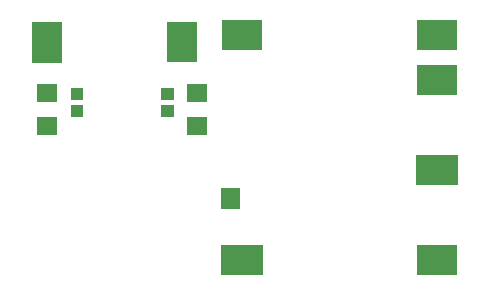
<source format=gtp>
G04 Layer: TopPasteMaskLayer*
G04 EasyEDA v6.4.17, 2021-03-05T12:05:08+01:00*
G04 f60f8210386e4bb8a37d6fc626a43cf4,a095d68295bf4de09e4161802e6eaeab,10*
G04 Gerber Generator version 0.2*
G04 Scale: 100 percent, Rotated: No, Reflected: No *
G04 Dimensions in inches *
G04 leading zeros omitted , absolute positions ,3 integer and 6 decimal *
%FSLAX36Y36*%
%MOIN*%

%ADD15R,0.0709X0.0630*%
%ADD16R,0.1378X0.0984*%
%ADD17R,0.0984X0.1378*%
%ADD18R,0.0433X0.0394*%

%LPD*%
G36*
X653499Y-584600D02*
G01*
X716500Y-584600D01*
X716500Y-655500D01*
X653499Y-655500D01*
G37*
D15*
G01*
X575050Y-270000D03*
G01*
X575050Y-380000D03*
G01*
X74949Y-270000D03*
G01*
X74949Y-380000D03*
G36*
X656100Y-874200D02*
G01*
X656100Y-775799D01*
X793899Y-775799D01*
X793899Y-874200D01*
G37*
D16*
G01*
X725000Y-75000D03*
G01*
X1375000Y-825000D03*
G01*
X1375000Y-75000D03*
G36*
X1443900Y-475799D02*
G01*
X1443900Y-574200D01*
X1306099Y-574200D01*
X1306099Y-475799D01*
G37*
G36*
X25788Y-31102D02*
G01*
X124212Y-31102D01*
X124212Y-168897D01*
X25788Y-168897D01*
G37*
D17*
G01*
X525000Y-100000D03*
D16*
G01*
X1375000Y-225000D03*
G36*
X496653Y-252752D02*
G01*
X496653Y-292121D01*
X453346Y-292121D01*
X453346Y-252752D01*
G37*
G36*
X496653Y-307869D02*
G01*
X496653Y-347240D01*
X453346Y-347240D01*
X453346Y-307869D01*
G37*
D18*
G01*
X175000Y-272440D03*
G01*
X175000Y-327559D03*
M02*

</source>
